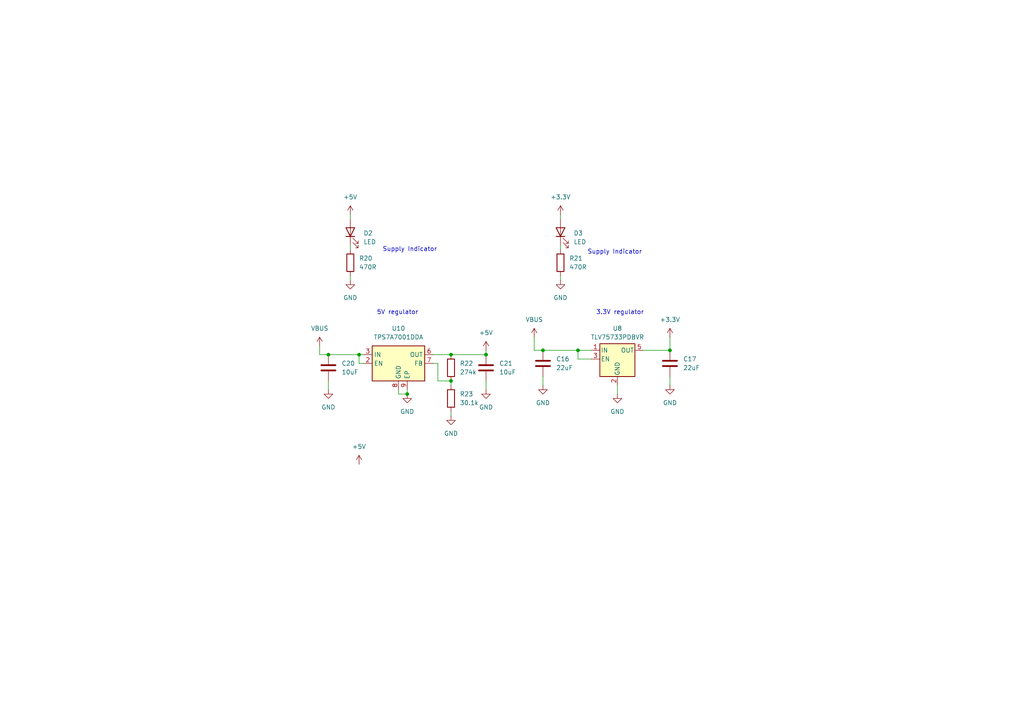
<source format=kicad_sch>
(kicad_sch (version 20250114) (generator "eeschema") (generator_version "9.0")
  (paper "A4")
  (lib_symbols
    (symbol "Device:C" (pin_numbers (hide yes)) (pin_names (offset 0.254))
      (property "Reference" "C" (at 0.635 2.54 0))
      (property "Value" "C" (at 0.635 -2.54 0))
      (symbol "C_0_1"
        (polyline (pts (xy -2.032 0.762) (xy 2.032 0.762)) (stroke (width 0.508)))
        (polyline (pts (xy -2.032 -0.762) (xy 2.032 -0.762)) (stroke (width 0.508)))
      )
      (symbol "C_1_1"
        (pin passive line (at 0 3.81 270) (length 2.794) (name "~") (number "1"))
        (pin passive line (at 0 -3.81 90) (length 2.794) (name "~") (number "2"))
      )
    )
    (symbol "Device:LED" (pin_numbers (hide yes)) (pin_names (offset 1.016) (hide yes))
      (property "Reference" "D" (at 0 2.54 0))
      (property "Value" "LED" (at 0 -2.54 0))
      (symbol "LED_0_1"
        (polyline (pts (xy -3.048 -0.762) (xy -4.572 -2.286) (xy -3.81 -2.286) (xy -4.572 -2.286) (xy -4.572 -1.524)))
        (polyline (pts (xy -1.778 -0.762) (xy -3.302 -2.286) (xy -2.54 -2.286) (xy -3.302 -2.286) (xy -3.302 -1.524)))
        (polyline (pts (xy -1.27 0) (xy 1.27 0)))
        (polyline (pts (xy -1.27 -1.27) (xy -1.27 1.27)) (stroke (width 0.254)))
        (polyline (pts (xy 1.27 -1.27) (xy 1.27 1.27) (xy -1.27 0) (xy 1.27 -1.27)) (stroke (width 0.254)))
      )
      (symbol "LED_1_1"
        (pin passive line (at -3.81 0 0) (length 2.54) (name "K") (number "1"))
        (pin passive line (at 3.81 0 180) (length 2.54) (name "A") (number "2"))
      )
    )
    (symbol "Device:R" (pin_numbers (hide yes)) (pin_names (offset 0))
      (property "Reference" "R" (at 2.032 0 90))
      (property "Value" "R" (at 0 0 90))
      (symbol "R_0_1"
        (rectangle (start -1.016 -2.54) (end 1.016 2.54) (stroke (width 0.254)))
      )
      (symbol "R_1_1"
        (pin passive line (at 0 3.81 270) (length 1.27) (name "~") (number "1"))
        (pin passive line (at 0 -3.81 90) (length 1.27) (name "~") (number "2"))
      )
    )
    (symbol "Regulator_Linear:TLV75733PDBV" (pin_names (offset 0.254))
      (property "Reference" "U" (at -3.81 5.715 0))
      (property "Value" "TLV75733PDBV" (at 0 5.715 0))
      (symbol "TLV75733PDBV_0_1"
        (rectangle (start -5.08 4.445) (end 5.08 -5.08) (stroke (width 0.254)) (fill (type background)))
      )
      (symbol "TLV75733PDBV_1_1"
        (pin power_in line (at -7.62 2.54 0) (length 2.54) (name "IN") (number "1"))
        (pin input line (at -7.62 0 0) (length 2.54) (name "EN") (number "3"))
        (pin power_in line (at 0 -7.62 90) (length 2.54) (name "GND") (number "2"))
        (pin no_connect line (at 5.08 0 180) (length 2.54) (hide yes) (name "NC") (number "4"))
        (pin power_out line (at 7.62 2.54 180) (length 2.54) (name "OUT") (number "5"))
      )
    )
    (symbol "Regulator_Linear:TPS7A7001DDA"
      (property "Reference" "U" (at -6.35 6.35 0))
      (property "Value" "TPS7A7001DDA" (at 2.54 6.35 0))
      (symbol "TPS7A7001DDA_0_1"
        (rectangle (start -7.62 5.08) (end 7.62 -5.08) (stroke (width 0.254)) (fill (type background)))
      )
      (symbol "TPS7A7001DDA_1_1"
        (pin power_in line (at -10.16 2.54 0) (length 2.54) (name "IN") (number "3"))
        (pin input line (at -10.16 0 0) (length 2.54) (name "EN") (number "2"))
        (pin no_connect line (at -7.62 -2.54 0) (length 2.54) (hide yes) (name "NC") (number "1"))
        (pin no_connect line (at -2.54 -5.08 90) (length 2.54) (hide yes) (name "NC") (number "5"))
        (pin power_in line (at 0 -7.62 90) (length 2.54) (name "GND") (number "8"))
        (pin passive line (at 2.54 -7.62 90) (length 2.54) (name "EP") (number "9"))
        (pin no_connect line (at 7.62 -2.54 180) (length 2.54) (hide yes) (name "NC") (number "4"))
        (pin power_out line (at 10.16 2.54 180) (length 2.54) (name "OUT") (number "6"))
        (pin input line (at 10.16 0 180) (length 2.54) (name "FB") (number "7"))
      )
    )
    (symbol "power:+3.3V" (power) (pin_numbers (hide yes)) (pin_names (offset 0) (hide yes))
      (property "Value" "+3.3V" (at 0 3.556 0))
      (symbol "+3.3V_0_1"
        (polyline (pts (xy -0.762 1.27) (xy 0 2.54)))
        (polyline (pts (xy 0 2.54) (xy 0.762 1.27)))
        (polyline (pts (xy 0 0) (xy 0 2.54)))
      )
      (symbol "+3.3V_1_1"
        (pin power_in line (at 0 0 90) (length 0) (name "~") (number "1"))
      )
    )
    (symbol "power:+5V" (power) (pin_numbers (hide yes)) (pin_names (offset 0) (hide yes))
      (property "Value" "+5V" (at 0 3.556 0))
      (symbol "+5V_0_1"
        (polyline (pts (xy -0.762 1.27) (xy 0 2.54)))
        (polyline (pts (xy 0 2.54) (xy 0.762 1.27)))
        (polyline (pts (xy 0 0) (xy 0 2.54)))
      )
      (symbol "+5V_1_1"
        (pin power_in line (at 0 0 90) (length 0) (name "~") (number "1"))
      )
    )
    (symbol "power:GND" (power) (pin_numbers (hide yes)) (pin_names (offset 0) (hide yes))
      (property "Value" "GND" (at 0 -3.81 0))
      (symbol "GND_0_1"
        (polyline (pts (xy 0 0) (xy 0 -1.27) (xy 1.27 -1.27) (xy 0 -2.54) (xy -1.27 -1.27) (xy 0 -1.27)))
      )
      (symbol "GND_1_1"
        (pin power_in line (at 0 0 270) (length 0) (name "~") (number "1"))
      )
    )
    (symbol "power:VBUS" (power) (pin_numbers (hide yes)) (pin_names (offset 0) (hide yes))
      (property "Value" "VBUS" (at 0 3.556 0))
      (symbol "VBUS_0_1"
        (polyline (pts (xy -0.762 1.27) (xy 0 2.54)))
        (polyline (pts (xy 0 2.54) (xy 0.762 1.27)))
        (polyline (pts (xy 0 0) (xy 0 2.54)))
      )
      (symbol "VBUS_1_1"
        (pin power_in line (at 0 0 90) (length 0) (name "~") (number "1"))
      )
    )
  )
  (text "Supply Indicator" (at 118.872 72.39 0) (effects (font (size 1.27 1.27))))
  (text "5V regulator" (at 115.316 90.678 0) (effects (font (size 1.27 1.27))))
  (text "3.3V regulator" (at 179.832 90.678 0) (effects (font (size 1.27 1.27))))
  (text "Supply Indicator" (at 178.308 73.152 0) (effects (font (size 1.27 1.27))))
  (junction (at 104.14 102.87))
  (junction (at 130.81 110.49))
  (junction (at 157.48 101.6))
  (junction (at 95.25 102.87))
  (junction (at 167.64 101.6))
  (junction (at 194.31 101.6))
  (junction (at 140.97 102.87))
  (junction (at 130.81 102.87))
  (junction (at 118.11 114.3))
  (wire (pts (xy 130.81 102.87) (xy 140.97 102.87)))
  (wire (pts (xy 171.45 104.14) (xy 167.64 104.14)))
  (wire (pts (xy 95.25 102.87) (xy 104.14 102.87)))
  (wire (pts (xy 101.6 72.39) (xy 101.6 71.12)))
  (wire (pts (xy 130.81 120.65) (xy 130.81 119.38)))
  (wire (pts (xy 130.81 111.76) (xy 130.81 110.49)))
  (wire (pts (xy 140.97 110.49) (xy 140.97 113.03)))
  (wire (pts (xy 104.14 102.87) (xy 104.14 105.41)))
  (wire (pts (xy 127 105.41) (xy 127 110.49)))
  (wire (pts (xy 127 110.49) (xy 130.81 110.49)))
  (wire (pts (xy 101.6 62.23) (xy 101.6 63.5)))
  (wire (pts (xy 105.41 105.41) (xy 104.14 105.41)))
  (wire (pts (xy 115.57 114.3) (xy 118.11 114.3)))
  (wire (pts (xy 140.97 101.6) (xy 140.97 102.87)))
  (wire (pts (xy 162.56 81.28) (xy 162.56 80.01)))
  (wire (pts (xy 92.71 100.33) (xy 92.71 102.87)))
  (wire (pts (xy 154.94 101.6) (xy 157.48 101.6)))
  (wire (pts (xy 125.73 102.87) (xy 130.81 102.87)))
  (wire (pts (xy 167.64 101.6) (xy 171.45 101.6)))
  (wire (pts (xy 154.94 97.79) (xy 154.94 101.6)))
  (wire (pts (xy 194.31 97.79) (xy 194.31 101.6)))
  (wire (pts (xy 95.25 110.49) (xy 95.25 113.03)))
  (wire (pts (xy 118.11 114.3) (xy 118.11 113.03)))
  (wire (pts (xy 92.71 102.87) (xy 95.25 102.87)))
  (wire (pts (xy 162.56 62.23) (xy 162.56 63.5)))
  (wire (pts (xy 104.14 102.87) (xy 105.41 102.87)))
  (wire (pts (xy 167.64 104.14) (xy 167.64 101.6)))
  (wire (pts (xy 157.48 109.22) (xy 157.48 111.76)))
  (wire (pts (xy 194.31 109.22) (xy 194.31 111.76)))
  (wire (pts (xy 157.48 101.6) (xy 167.64 101.6)))
  (wire (pts (xy 162.56 72.39) (xy 162.56 71.12)))
  (wire (pts (xy 125.73 105.41) (xy 127 105.41)))
  (wire (pts (xy 186.69 101.6) (xy 194.31 101.6)))
  (wire (pts (xy 179.07 111.76) (xy 179.07 114.3)))
  (wire (pts (xy 101.6 81.28) (xy 101.6 80.01)))
  (wire (pts (xy 115.57 113.03) (xy 115.57 114.3)))
  (symbol (lib_id "power:+3.3V") (at 162.56 62.23 0) (unit 1)
    (property "Reference" "#PWR099" (effects (hide yes)))
    (property "Value" "+3.3V" (at 162.56 57.15 0))
    (property "Description" "Power symbol creates a global label with name \"+3.3V\"" (effects (hide yes)))
  )
  (symbol (lib_id "power:GND") (at 162.56 81.28 0) (unit 1)
    (property "Reference" "#PWR0100" (effects (hide yes)))
    (property "Value" "GND" (at 162.56 86.36 0))
    (property "Description" "Power symbol creates a global label with name \"GND\" , ground" (effects (hide yes)))
  )
  (symbol (lib_id "power:GND") (at 157.48 111.76 0) (unit 1)
    (property "Reference" "#PWR089" (effects (hide yes)))
    (property "Value" "GND" (at 157.48 116.84 0))
    (property "Description" "Power symbol creates a global label with name \"GND\" , ground" (effects (hide yes)))
  )
  (symbol (lib_id "power:GND") (at 95.25 113.03 0) (unit 1)
    (property "Reference" "#PWR0103" (effects (hide yes)))
    (property "Value" "GND" (at 95.25 118.11 0))
    (property "Description" "Power symbol creates a global label with name \"GND\" , ground" (effects (hide yes)))
  )
  (symbol (lib_id "power:GND") (at 101.6 81.28 0) (unit 1)
    (property "Reference" "#PWR098" (effects (hide yes)))
    (property "Value" "GND" (at 101.6 86.36 0))
    (property "Description" "Power symbol creates a global label with name \"GND\" , ground" (effects (hide yes)))
  )
  (symbol (lib_id "Device:R") (at 101.6 76.2 0) (unit 1)
    (property "Reference" "R20" (at 104.14 74.9299 0) (effects (justify left)))
    (property "Value" "470R" (at 104.14 77.4699 0) (effects (justify left)))
    (property "Description" "Resistor" (effects (hide yes)))
  )
  (symbol (lib_id "Device:C") (at 157.48 105.41 0) (unit 1)
    (property "Reference" "C16" (at 161.29 104.1399 0) (effects (justify left)))
    (property "Value" "22uF" (at 161.29 106.6799 0) (effects (justify left)))
    (property "Description" "Unpolarized capacitor" (effects (hide yes)))
  )
  (symbol (lib_id "Device:LED") (at 101.6 67.31 90) (unit 1)
    (property "Reference" "D2" (at 105.41 67.6274 90) (effects (justify right)))
    (property "Value" "LED" (at 105.41 70.1674 90) (effects (justify right)))
    (property "Description" "Light emitting diode" (effects (hide yes)))
    (property "Sim.Pins" "1=K 2=A" (effects (hide yes)))
  )
  (symbol (lib_id "power:GND") (at 118.11 114.3 0) (unit 1)
    (property "Reference" "#PWR0101" (effects (hide yes)))
    (property "Value" "GND" (at 118.11 119.38 0))
    (property "Description" "Power symbol creates a global label with name \"GND\" , ground" (effects (hide yes)))
  )
  (symbol (lib_id "Device:R") (at 130.81 106.68 0) (unit 1)
    (property "Reference" "R22" (at 133.35 105.4099 0) (effects (justify left)))
    (property "Value" "274k" (at 133.35 107.9499 0) (effects (justify left)))
    (property "Description" "Resistor" (effects (hide yes)))
  )
  (symbol (lib_id "Regulator_Linear:TLV75733PDBV") (at 179.07 104.14 0) (unit 1)
    (property "Reference" "U8" (at 179.07 95.25 0))
    (property "Value" "TLV75733PDBVR" (at 179.07 97.79 0))
    (property "Footprint" "Package_TO_SOT_SMD:SOT-23-5" (effects (hide yes)))
    (property "Datasheet" "https://www.ti.com/lit/ds/symlink/tlv757p.pdf" (effects (hide yes)))
    (property "Description" "1A Low IQ Small Size Low Dropout Voltage Regulator, Fixed Output 3.3V, SOT-23-5" (effects (hide yes)))
  )
  (symbol (lib_id "power:GND") (at 140.97 113.03 0) (unit 1)
    (property "Reference" "#PWR0104" (effects (hide yes)))
    (property "Value" "GND" (at 140.97 118.11 0))
    (property "Description" "Power symbol creates a global label with name \"GND\" , ground" (effects (hide yes)))
  )
  (symbol (lib_id "power:GND") (at 179.07 114.3 0) (unit 1)
    (property "Reference" "#PWR088" (effects (hide yes)))
    (property "Value" "GND" (at 179.07 119.38 0))
    (property "Description" "Power symbol creates a global label with name \"GND\" , ground" (effects (hide yes)))
  )
  (symbol (lib_id "Device:R") (at 162.56 76.2 0) (unit 1)
    (property "Reference" "R21" (at 165.1 74.9299 0) (effects (justify left)))
    (property "Value" "470R" (at 165.1 77.4699 0) (effects (justify left)))
    (property "Description" "Resistor" (effects (hide yes)))
  )
  (symbol (lib_id "power:VBUS") (at 154.94 97.79 0) (unit 1)
    (property "Reference" "#PWR087" (effects (hide yes)))
    (property "Value" "VBUS" (at 154.94 92.71 0))
    (property "Description" "Power symbol creates a global label with name \"VBUS\"" (effects (hide yes)))
  )
  (symbol (lib_id "power:+5V") (at 101.6 62.23 0) (unit 1)
    (property "Reference" "#PWR097" (effects (hide yes)))
    (property "Value" "+5V" (at 101.6 57.15 0))
    (property "Description" "Power symbol creates a global label with name \"+5V\"" (effects (hide yes)))
  )
  (symbol (lib_id "Device:LED") (at 162.56 67.31 90) (unit 1)
    (property "Reference" "D3" (at 166.37 67.6274 90) (effects (justify right)))
    (property "Value" "LED" (at 166.37 70.1674 90) (effects (justify right)))
    (property "Description" "Light emitting diode" (effects (hide yes)))
    (property "Sim.Pins" "1=K 2=A" (effects (hide yes)))
  )
  (symbol (lib_id "Device:C") (at 140.97 106.68 0) (unit 1)
    (property "Reference" "C21" (at 144.78 105.4099 0) (effects (justify left)))
    (property "Value" "10uF" (at 144.78 107.9499 0) (effects (justify left)))
    (property "Description" "Unpolarized capacitor" (effects (hide yes)))
  )
  (symbol (lib_id "Device:R") (at 130.81 115.57 0) (unit 1)
    (property "Reference" "R23" (at 133.35 114.2999 0) (effects (justify left)))
    (property "Value" "30.1k" (at 133.35 116.8399 0) (effects (justify left)))
    (property "Description" "Resistor" (effects (hide yes)))
  )
  (symbol (lib_id "power:+3.3V") (at 194.31 97.79 0) (unit 1)
    (property "Reference" "#PWR091" (effects (hide yes)))
    (property "Value" "+3.3V" (at 194.31 92.71 0))
    (property "Description" "Power symbol creates a global label with name \"+3.3V\"" (effects (hide yes)))
  )
  (symbol (lib_id "Regulator_Linear:TPS7A7001DDA") (at 115.57 105.41 0) (unit 1)
    (property "Reference" "U10" (at 115.57 95.25 0))
    (property "Value" "TPS7A7001DDA" (at 115.57 97.79 0))
    (property "Footprint" "Package_SO:TI_SO-PowerPAD-8" (effects (hide yes)))
    (property "Datasheet" "http://www.ti.com/lit/ds/symlink/tps7a7001.pdf" (effects (hide yes)))
    (property "Description" "2A, Low-Dropout Voltage Regulator, 1.425-6.5V Input, Adjustable Min 0.5V Output, PowerPad SO-8" (effects (hide yes)))
  )
  (symbol (lib_id "power:+5V") (at 140.97 101.6 0) (unit 1)
    (property "Reference" "#PWR0106" (effects (hide yes)))
    (property "Value" "+5V" (at 140.97 96.52 0))
    (property "Description" "Power symbol creates a global label with name \"+5V\"" (effects (hide yes)))
  )
  (symbol (lib_id "power:+5V") (at 104.14 134.62 0) (unit 1)
    (property "Reference" "#PWR?" (effects (hide yes)))
    (property "Value" "+5V" (at 104.14 129.54 0))
    (property "Description" "Power symbol creates a global label with name \"+5V\"" (effects (hide yes)))
  )
  (symbol (lib_id "power:GND") (at 194.31 111.76 0) (unit 1)
    (property "Reference" "#PWR090" (effects (hide yes)))
    (property "Value" "GND" (at 194.31 116.84 0))
    (property "Description" "Power symbol creates a global label with name \"GND\" , ground" (effects (hide yes)))
  )
  (symbol (lib_id "power:VBUS") (at 92.71 100.33 0) (unit 1)
    (property "Reference" "#PWR0102" (effects (hide yes)))
    (property "Value" "VBUS" (at 92.71 95.25 0))
    (property "Description" "Power symbol creates a global label with name \"VBUS\"" (effects (hide yes)))
  )
  (symbol (lib_id "power:GND") (at 130.81 120.65 0) (unit 1)
    (property "Reference" "#PWR0105" (effects (hide yes)))
    (property "Value" "GND" (at 130.81 125.73 0))
    (property "Description" "Power symbol creates a global label with name \"GND\" , ground" (effects (hide yes)))
  )
  (symbol (lib_id "Device:C") (at 95.25 106.68 0) (unit 1)
    (property "Reference" "C20" (at 99.06 105.4099 0) (effects (justify left)))
    (property "Value" "10uF" (at 99.06 107.9499 0) (effects (justify left)))
    (property "Description" "Unpolarized capacitor" (effects (hide yes)))
  )
  (symbol (lib_id "Device:C") (at 194.31 105.41 0) (unit 1)
    (property "Reference" "C17" (at 198.12 104.1399 0) (effects (justify left)))
    (property "Value" "22uF" (at 198.12 106.6799 0) (effects (justify left)))
    (property "Description" "Unpolarized capacitor" (effects (hide yes)))
  )
)
</source>
